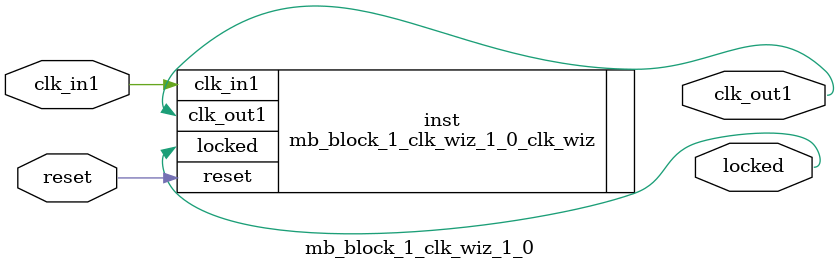
<source format=v>


`timescale 1ps/1ps

(* CORE_GENERATION_INFO = "mb_block_1_clk_wiz_1_0,clk_wiz_v6_0_11_0_0,{component_name=mb_block_1_clk_wiz_1_0,use_phase_alignment=true,use_min_o_jitter=false,use_max_i_jitter=false,use_dyn_phase_shift=false,use_inclk_switchover=false,use_dyn_reconfig=false,enable_axi=0,feedback_source=FDBK_AUTO,PRIMITIVE=MMCM,num_out_clk=1,clkin1_period=10.000,clkin2_period=10.000,use_power_down=false,use_reset=true,use_locked=true,use_inclk_stopped=false,feedback_type=SINGLE,CLOCK_MGR_TYPE=NA,manual_override=false}" *)

module mb_block_1_clk_wiz_1_0 
 (
  // Clock out ports
  output        clk_out1,
  // Status and control signals
  input         reset,
  output        locked,
 // Clock in ports
  input         clk_in1
 );

  mb_block_1_clk_wiz_1_0_clk_wiz inst
  (
  // Clock out ports  
  .clk_out1(clk_out1),
  // Status and control signals               
  .reset(reset), 
  .locked(locked),
 // Clock in ports
  .clk_in1(clk_in1)
  );

endmodule

</source>
